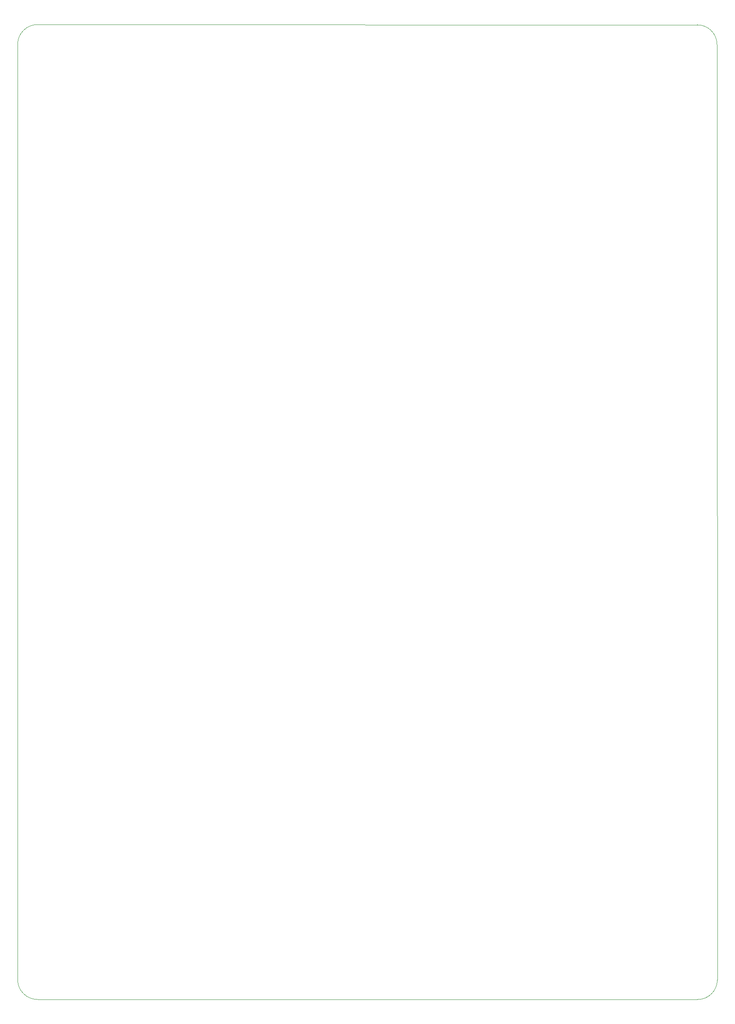
<source format=gbr>
%TF.GenerationSoftware,KiCad,Pcbnew,(5.1.12-1-g0a0a2da680)-1*%
%TF.CreationDate,2022-03-16T13:11:04-05:00*%
%TF.ProjectId,ArmBoard_Hardware,41726d42-6f61-4726-945f-486172647761,2*%
%TF.SameCoordinates,Original*%
%TF.FileFunction,Profile,NP*%
%FSLAX46Y46*%
G04 Gerber Fmt 4.6, Leading zero omitted, Abs format (unit mm)*
G04 Created by KiCad (PCBNEW (5.1.12-1-g0a0a2da680)-1) date 2022-03-16 13:11:04*
%MOMM*%
%LPD*%
G01*
G04 APERTURE LIST*
%TA.AperFunction,Profile*%
%ADD10C,0.050000*%
%TD*%
G04 APERTURE END LIST*
D10*
X103759000Y-38290500D02*
X103759000Y-232029000D01*
X107886500Y-236156500D02*
G75*
G02*
X103759000Y-232029000I0J4127500D01*
G01*
X103759000Y-38290500D02*
G75*
G02*
X107886500Y-34163000I4127500J0D01*
G01*
X244759990Y-34226500D02*
X107886500Y-34163000D01*
X248920000Y-232092500D02*
X248856499Y-38290369D01*
X107886500Y-236156500D02*
X244805024Y-236169199D01*
X248920000Y-232092500D02*
G75*
G02*
X244805024Y-236169199I-4076877J0D01*
G01*
X244759990Y-34226500D02*
G75*
G02*
X248856499Y-38290369I32510J-4063869D01*
G01*
M02*

</source>
